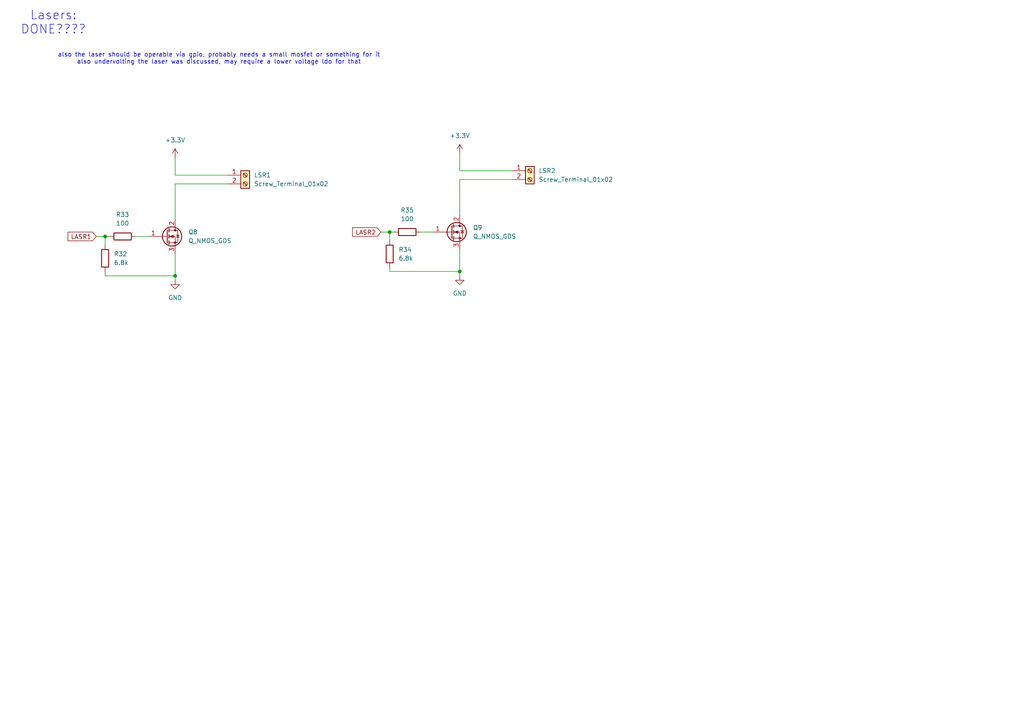
<source format=kicad_sch>
(kicad_sch (version 20231120) (generator "eeschema") (generator_version "8.0")
  (paper "A4")
  (lib_symbols
    (symbol "Connector:Screw_Terminal_01x02" (pin_names (offset 1.016) hide)
      (property "Reference" "J" (at 0 2.54 0))
      (property "Value" "Screw_Terminal_01x02" (at 0 -5.08 0))
      (symbol "Screw_Terminal_01x02_1_1"
        (rectangle (start -1.27 1.27) (end 1.27 -3.81) (stroke (width 0.254)) (fill (type background)))
        (circle (center 0 -2.54) (radius 0.635) (stroke (width 0.1524)))
        (polyline (pts (xy -0.5334 -2.2098) (xy 0.3302 -3.048)) (stroke (width 0.1524)))
        (polyline (pts (xy -0.5334 0.3302) (xy 0.3302 -0.508)) (stroke (width 0.1524)))
        (polyline (pts (xy -0.3556 -2.032) (xy 0.508 -2.8702)) (stroke (width 0.1524)))
        (polyline (pts (xy -0.3556 0.508) (xy 0.508 -0.3302)) (stroke (width 0.1524)))
        (circle (center 0 0) (radius 0.635) (stroke (width 0.1524)))
        (pin passive line (at -5.08 0 0) (length 3.81) (name "Pin_1") (number "1"))
        (pin passive line (at -5.08 -2.54 0) (length 3.81) (name "Pin_2") (number "2"))
      )
    )
    (symbol "Device:Q_NMOS_GDS" (pin_names (offset 0) hide)
      (property "Reference" "Q" (at 5.08 1.27 0))
      (property "Value" "Q_NMOS_GDS" (at 5.08 -1.27 0))
      (symbol "Q_NMOS_GDS_0_1"
        (polyline (pts (xy 0.254 0) (xy -2.54 0)))
        (polyline (pts (xy 0.254 1.905) (xy 0.254 -1.905)) (stroke (width 0.254)))
        (polyline (pts (xy 0.762 -1.27) (xy 0.762 -2.286)) (stroke (width 0.254)))
        (polyline (pts (xy 0.762 0.508) (xy 0.762 -0.508)) (stroke (width 0.254)))
        (polyline (pts (xy 0.762 2.286) (xy 0.762 1.27)) (stroke (width 0.254)))
        (polyline (pts (xy 2.54 2.54) (xy 2.54 1.778)))
        (polyline (pts (xy 2.54 -2.54) (xy 2.54 0) (xy 0.762 0)))
        (polyline (pts (xy 0.762 -1.778) (xy 3.302 -1.778) (xy 3.302 1.778) (xy 0.762 1.778)))
        (polyline (pts (xy 1.016 0) (xy 2.032 0.381) (xy 2.032 -0.381) (xy 1.016 0)) (fill (type outline)))
        (polyline (pts (xy 2.794 0.508) (xy 2.921 0.381) (xy 3.683 0.381) (xy 3.81 0.254)))
        (polyline (pts (xy 3.302 0.381) (xy 2.921 -0.254) (xy 3.683 -0.254) (xy 3.302 0.381)))
        (circle (center 1.651 0) (radius 2.794) (stroke (width 0.254)))
        (circle (center 2.54 -1.778) (radius 0.254) (fill (type outline)))
        (circle (center 2.54 1.778) (radius 0.254) (fill (type outline)))
      )
      (symbol "Q_NMOS_GDS_1_1"
        (pin input line (at -5.08 0 0) (length 2.54) (name "G") (number "1"))
        (pin passive line (at 2.54 5.08 270) (length 2.54) (name "D") (number "2"))
        (pin passive line (at 2.54 -5.08 90) (length 2.54) (name "S") (number "3"))
      )
    )
    (symbol "Device:R" (pin_numbers hide) (pin_names (offset 0))
      (property "Reference" "R" (at 2.032 0 90))
      (property "Value" "R" (at 0 0 90))
      (symbol "R_0_1"
        (rectangle (start -1.016 -2.54) (end 1.016 2.54) (stroke (width 0.254)))
      )
      (symbol "R_1_1"
        (pin passive line (at 0 3.81 270) (length 1.27) (name "~") (number "1"))
        (pin passive line (at 0 -3.81 90) (length 1.27) (name "~") (number "2"))
      )
    )
    (symbol "power:+3.3V" (power) (pin_numbers hide) (pin_names (offset 0) hide)
      (property "Value" "+3.3V" (at 0 3.556 0))
      (symbol "+3.3V_0_1"
        (polyline (pts (xy -0.762 1.27) (xy 0 2.54)))
        (polyline (pts (xy 0 0) (xy 0 2.54)))
        (polyline (pts (xy 0 2.54) (xy 0.762 1.27)))
      )
      (symbol "+3.3V_1_1"
        (pin power_in line (at 0 0 90) (length 0) (name "~") (number "1"))
      )
    )
    (symbol "power:GND" (power) (pin_numbers hide) (pin_names (offset 0) hide)
      (property "Value" "GND" (at 0 -3.81 0))
      (symbol "GND_0_1"
        (polyline (pts (xy 0 0) (xy 0 -1.27) (xy 1.27 -1.27) (xy 0 -2.54) (xy -1.27 -1.27) (xy 0 -1.27)))
      )
      (symbol "GND_1_1"
        (pin power_in line (at 0 0 270) (length 0) (name "~") (number "1"))
      )
    )
  )
  (junction (at 133.35 78.74))
  (junction (at 113.03 67.31))
  (junction (at 50.8 80.01))
  (junction (at 30.48 68.58))
  (wire (pts (xy 66.04 50.8) (xy 50.8 50.8)))
  (wire (pts (xy 27.94 68.58) (xy 30.48 68.58)))
  (wire (pts (xy 133.35 52.07) (xy 133.35 62.23)))
  (wire (pts (xy 30.48 80.01) (xy 50.8 80.01)))
  (wire (pts (xy 39.37 68.58) (xy 43.18 68.58)))
  (wire (pts (xy 30.48 78.74) (xy 30.48 80.01)))
  (wire (pts (xy 110.49 67.31) (xy 113.03 67.31)))
  (wire (pts (xy 133.35 44.45) (xy 133.35 49.53)))
  (wire (pts (xy 50.8 73.66) (xy 50.8 80.01)))
  (wire (pts (xy 121.92 67.31) (xy 125.73 67.31)))
  (wire (pts (xy 30.48 71.12) (xy 30.48 68.58)))
  (wire (pts (xy 50.8 53.34) (xy 66.04 53.34)))
  (wire (pts (xy 50.8 53.34) (xy 50.8 63.5)))
  (wire (pts (xy 30.48 68.58) (xy 31.75 68.58)))
  (wire (pts (xy 133.35 52.07) (xy 148.59 52.07)))
  (wire (pts (xy 133.35 72.39) (xy 133.35 78.74)))
  (wire (pts (xy 113.03 67.31) (xy 114.3 67.31)))
  (wire (pts (xy 113.03 78.74) (xy 133.35 78.74)))
  (wire (pts (xy 113.03 77.47) (xy 113.03 78.74)))
  (wire (pts (xy 50.8 45.72) (xy 50.8 50.8)))
  (wire (pts (xy 113.03 69.85) (xy 113.03 67.31)))
  (wire (pts (xy 133.35 78.74) (xy 133.35 80.01)))
  (wire (pts (xy 148.59 49.53) (xy 133.35 49.53)))
  (wire (pts (xy 50.8 80.01) (xy 50.8 81.28)))
  (text "also the laser should be operable via gpio, probably needs a small mosfet or something for it\nalso undervolting the laser was discussed, may require a lower voltage ldo for that" (at 63.5 17.018 0) (effects (font (size 1.27 1.27))))
  (text "Lasers:\nDONE????\n" (at 15.494 6.604 0) (effects (font (size 2.54 2.54))))
  (global_label "LASR2" (shape input) (at 110.49 67.31 180) (property "Intersheetrefs" "${INTERSHEET_REFS}" (effects (hide yes))))
  (global_label "LASR1" (shape input) (at 27.94 68.58 180) (property "Intersheetrefs" "${INTERSHEET_REFS}" (effects (hide yes))))
  (symbol (lib_id "power:+3.3V") (at 133.35 44.45 0) (unit 1)
    (property "Reference" "#PWR099" (effects (hide yes)))
    (property "Value" "+3.3V" (at 133.35 39.37 0))
    (property "Description" "Power symbol creates a global label with name \"+3.3V\"" (effects (hide yes)))
  )
  (symbol (lib_id "power:GND") (at 50.8 81.28 0) (unit 1)
    (property "Reference" "#PWR0100" (effects (hide yes)))
    (property "Value" "GND" (at 50.8 86.36 0))
    (property "Description" "Power symbol creates a global label with name \"GND\" , ground" (effects (hide yes)))
  )
  (symbol (lib_id "Device:R") (at 113.03 73.66 0) (unit 1)
    (property "Reference" "R34" (at 115.57 72.3899 0) (effects (justify left)))
    (property "Value" "6.8k" (at 115.57 74.9299 0) (effects (justify left)))
    (property "Footprint" "Resistor_SMD:R_0603_1608Metric" (effects (hide yes)))
    (property "Description" "Resistor" (effects (hide yes)))
  )
  (symbol (lib_id "Device:R") (at 35.56 68.58 90) (unit 1)
    (property "Reference" "R33" (at 35.56 62.23 90))
    (property "Value" "100" (at 35.56 64.77 90))
    (property "Footprint" "Resistor_SMD:R_0603_1608Metric" (effects (hide yes)))
    (property "Description" "Resistor" (effects (hide yes)))
  )
  (symbol (lib_id "power:GND") (at 133.35 80.01 0) (unit 1)
    (property "Reference" "#PWR0101" (effects (hide yes)))
    (property "Value" "GND" (at 133.35 85.09 0))
    (property "Description" "Power symbol creates a global label with name \"GND\" , ground" (effects (hide yes)))
  )
  (symbol (lib_id "Device:Q_NMOS_GDS") (at 130.81 67.31 0) (unit 1)
    (property "Reference" "Q9" (at 137.16 66.0399 0) (effects (justify left)))
    (property "Value" "Q_NMOS_GDS" (at 137.16 68.5799 0) (effects (justify left)))
    (property "Footprint" "Package_TO_SOT_SMD:TO-252-2" (effects (hide yes)))
    (property "Description" "N-MOSFET transistor, gate/drain/source" (effects (hide yes)))
  )
  (symbol (lib_id "Device:R") (at 30.48 74.93 0) (unit 1)
    (property "Reference" "R32" (at 33.02 73.6599 0) (effects (justify left)))
    (property "Value" "6.8k" (at 33.02 76.1999 0) (effects (justify left)))
    (property "Footprint" "Resistor_SMD:R_0603_1608Metric" (effects (hide yes)))
    (property "Description" "Resistor" (effects (hide yes)))
  )
  (symbol (lib_id "Connector:Screw_Terminal_01x02") (at 153.67 49.53 0) (unit 1)
    (property "Reference" "LSR2" (at 156.21 49.5299 0) (effects (justify left)))
    (property "Value" "Screw_Terminal_01x02" (at 156.21 52.0699 0) (effects (justify left)))
    (property "Footprint" "TerminalBlock:TerminalBlock_Xinya_XY308-2.54-2P_1x02_P2.54mm_Horizontal" (effects (hide yes)))
    (property "Description" "Generic screw terminal, single row, 01x02, script generated (kicad-library-utils/schlib/autogen/connector/)" (effects (hide yes)))
  )
  (symbol (lib_id "power:+3.3V") (at 50.8 45.72 0) (unit 1)
    (property "Reference" "#PWR047" (effects (hide yes)))
    (property "Value" "+3.3V" (at 50.8 40.64 0))
    (property "Description" "Power symbol creates a global label with name \"+3.3V\"" (effects (hide yes)))
  )
  (symbol (lib_id "Device:Q_NMOS_GDS") (at 48.26 68.58 0) (unit 1)
    (property "Reference" "Q8" (at 54.61 67.3099 0) (effects (justify left)))
    (property "Value" "Q_NMOS_GDS" (at 54.61 69.8499 0) (effects (justify left)))
    (property "Footprint" "Package_TO_SOT_SMD:TO-252-2" (effects (hide yes)))
    (property "Description" "N-MOSFET transistor, gate/drain/source" (effects (hide yes)))
  )
  (symbol (lib_id "Device:R") (at 118.11 67.31 90) (unit 1)
    (property "Reference" "R35" (at 118.11 60.96 90))
    (property "Value" "100" (at 118.11 63.5 90))
    (property "Footprint" "Resistor_SMD:R_0603_1608Metric" (effects (hide yes)))
    (property "Description" "Resistor" (effects (hide yes)))
  )
  (symbol (lib_id "Connector:Screw_Terminal_01x02") (at 71.12 50.8 0) (unit 1)
    (property "Reference" "LSR1" (at 73.66 50.7999 0) (effects (justify left)))
    (property "Value" "Screw_Terminal_01x02" (at 73.66 53.3399 0) (effects (justify left)))
    (property "Footprint" "TerminalBlock:TerminalBlock_Xinya_XY308-2.54-2P_1x02_P2.54mm_Horizontal" (effects (hide yes)))
    (property "Description" "Generic screw terminal, single row, 01x02, script generated (kicad-library-utils/schlib/autogen/connector/)" (effects (hide yes)))
  )
)
</source>
